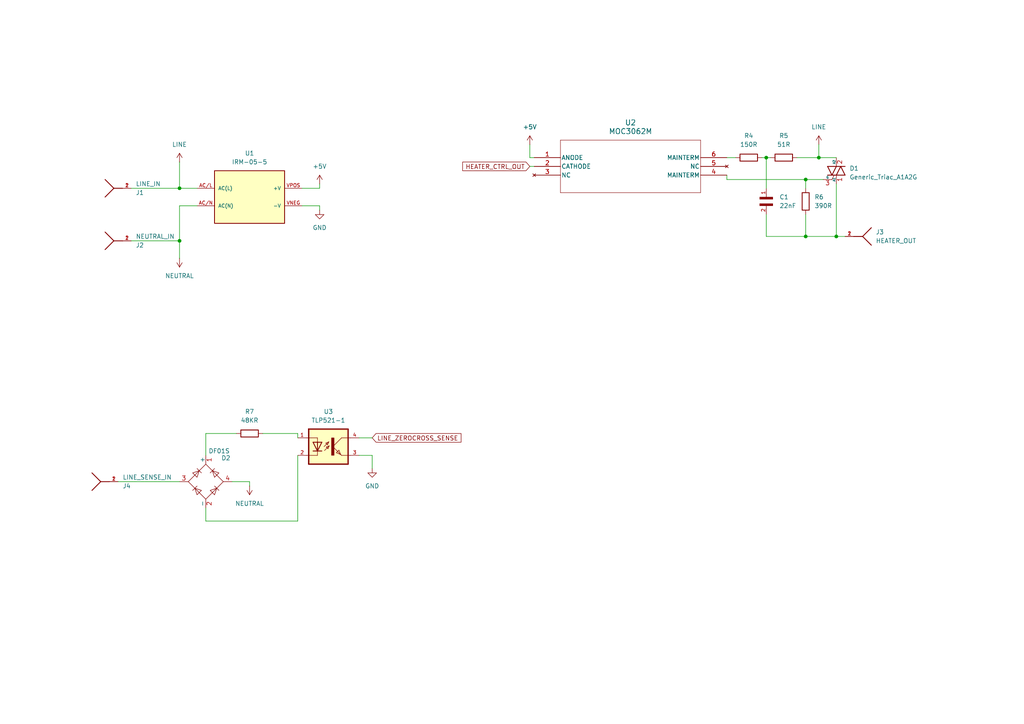
<source format=kicad_sch>
(kicad_sch (version 20231120) (generator "eeschema") (generator_version "8.0")
  (paper "A4")
  (lib_symbols
    (symbol "63824-1:63824-1" (pin_names (offset 1.016))
      (property "Reference" "J" (at -3.0501 3.0501 0))
      (property "Value" "63824-1" (at -3.0492 -4.8279 0))
      (symbol "63824-1_0_0"
        (polyline (pts (xy 0 0) (xy -2.54 -2.54)) (stroke (width 0.254)))
        (polyline (pts (xy 0 0) (xy -2.54 2.54)) (stroke (width 0.254)))
        (polyline (pts (xy 2.54 0) (xy 0 0)) (stroke (width 0.254)))
        (pin passive line (at 5.08 0 180) (length 2.54) (name "~") (number "1"))
        (pin passive line (at 5.08 0 180) (length 2.54) (name "~") (number "2"))
      )
    )
    (symbol "Device:R" (pin_numbers hide) (pin_names (offset 0))
      (property "Reference" "R" (at 2.032 0 90))
      (property "Value" "R" (at 0 0 90))
      (symbol "R_0_1"
        (rectangle (start -1.016 -2.54) (end 1.016 2.54) (stroke (width 0.254)))
      )
      (symbol "R_1_1"
        (pin passive line (at 0 3.81 270) (length 1.27) (name "~") (number "1"))
        (pin passive line (at 0 -3.81 90) (length 1.27) (name "~") (number "2"))
      )
    )
    (symbol "Diode_Bridge:DF01S" (pin_names (offset 0))
      (property "Reference" "D" (at 2.54 6.985 0))
      (property "Value" "DF01S" (at 2.54 5.08 0))
      (symbol "DF01S_0_1"
        (polyline (pts (xy -2.54 3.81) (xy -1.27 2.54)))
        (polyline (pts (xy -1.27 -2.54) (xy -2.54 -3.81)))
        (polyline (pts (xy 2.54 -1.27) (xy 3.81 -2.54)))
        (polyline (pts (xy 2.54 1.27) (xy 3.81 2.54)))
        (polyline (pts (xy -3.81 2.54) (xy -2.54 1.27) (xy -1.905 3.175) (xy -3.81 2.54)))
        (polyline (pts (xy -2.54 -1.27) (xy -3.81 -2.54) (xy -1.905 -3.175) (xy -2.54 -1.27)))
        (polyline (pts (xy 1.27 2.54) (xy 2.54 3.81) (xy 3.175 1.905) (xy 1.27 2.54)))
        (polyline (pts (xy 3.175 -1.905) (xy 1.27 -2.54) (xy 2.54 -3.81) (xy 3.175 -1.905)))
        (polyline (pts (xy -5.08 0) (xy 0 -5.08) (xy 5.08 0) (xy 0 5.08) (xy -5.08 0)))
      )
      (symbol "DF01S_1_1"
        (pin passive line (at 7.62 0 180) (length 2.54) (name "+") (number "1"))
        (pin passive line (at -7.62 0 0) (length 2.54) (name "-") (number "2"))
        (pin passive line (at 0 -7.62 90) (length 2.54) (name "~") (number "3"))
        (pin passive line (at 0 7.62 270) (length 2.54) (name "~") (number "4"))
      )
    )
    (symbol "ECWHA3C223J:ECWHA3C223J" (pin_names (offset 1.016))
      (property "Reference" "C" (at 0 3.8109 0))
      (property "Value" "ECWHA3C223J" (at 0 -5.0885 0))
      (symbol "ECWHA3C223J_0_0"
        (rectangle (start 0 1.905) (end 0.635 -1.9069) (stroke (width 0.1)) (fill (type outline)))
        (rectangle (start 1.9069 -1.9069) (end 2.54 1.905) (stroke (width 0.1)) (fill (type outline)))
        (pin passive line (at -2.54 0 0) (length 2.54) (name "~") (number "1"))
        (pin passive line (at 5.08 0 180) (length 2.54) (name "~") (number "2"))
      )
    )
    (symbol "IRM-05-5:IRM-05-5" (pin_names (offset 1.016))
      (property "Reference" "U" (at -10.1681 7.626 0))
      (property "Value" "IRM-05-5" (at -10.1651 -10.1651 0))
      (symbol "IRM-05-5_0_0"
        (rectangle (start -10.16 -7.62) (end 10.16 7.62) (stroke (width 0.254)) (fill (type background)))
        (pin input line (at -15.24 2.54 0) (length 5.08) (name "AC(L)") (number "AC/L"))
        (pin input line (at -15.24 -2.54 0) (length 5.08) (name "AC(N)") (number "AC/N"))
        (pin output line (at 15.24 -2.54 180) (length 5.08) (name "-V") (number "VNEG"))
        (pin output line (at 15.24 2.54 180) (length 5.08) (name "+V") (number "VPOS"))
      )
    )
    (symbol "MOC3062M:MOC3062M" (pin_names (offset 0.254))
      (property "Reference" "U" (at 27.94 10.16 0))
      (property "Value" "MOC3062M" (at 27.94 7.62 0))
      (symbol "MOC3062M_0_1"
        (polyline (pts (xy 7.62 -10.16) (xy 48.26 -10.16)) (stroke (width 0.127)))
        (polyline (pts (xy 7.62 5.08) (xy 7.62 -10.16)) (stroke (width 0.127)))
        (polyline (pts (xy 48.26 -10.16) (xy 48.26 5.08)) (stroke (width 0.127)))
        (polyline (pts (xy 48.26 5.08) (xy 7.62 5.08)) (stroke (width 0.127)))
        (pin input line (at 0 0 0) (length 7.62) (name "ANODE") (number "1"))
        (pin output line (at 0 -2.54 0) (length 7.62) (name "CATHODE") (number "2"))
        (pin no_connect line (at 0 -5.08 0) (length 7.62) (name "NC") (number "3"))
        (pin input line (at 55.88 -5.08 180) (length 7.62) (name "MAINTERM") (number "4"))
        (pin no_connect line (at 55.88 -2.54 180) (length 7.62) (name "NC") (number "5"))
        (pin input line (at 55.88 0 180) (length 7.62) (name "MAINTERM") (number "6"))
      )
    )
    (symbol "TLP521-1:TLP521-1" (pin_names (offset 1.016))
      (property "Reference" "U$" (at -6.985 5.715 0))
      (property "Value" "TLP521-1" (at -6.985 -7.62 0))
      (symbol "TLP521-1_0_0"
        (rectangle (start -6.985 -5.08) (end 4.445 5.08) (stroke (width 0.4064)) (fill (type background)))
        (rectangle (start -0.381 -2.54) (end 0.381 2.54) (stroke (width 0.1)) (fill (type outline)))
        (polyline (pts (xy -4.445 -2.54) (xy -7.62 -2.54)) (stroke (width 0.1524)))
        (polyline (pts (xy -4.445 -1.27) (xy -5.715 -1.27)) (stroke (width 0.254)))
        (polyline (pts (xy -4.445 -1.27) (xy -5.715 1.27)) (stroke (width 0.254)))
        (polyline (pts (xy -4.445 -1.27) (xy -4.445 -2.54)) (stroke (width 0.1524)))
        (polyline (pts (xy -4.445 1.27) (xy -5.715 1.27)) (stroke (width 0.254)))
        (polyline (pts (xy -4.445 1.27) (xy -4.445 -1.27)) (stroke (width 0.254)))
        (polyline (pts (xy -4.445 2.54) (xy -7.62 2.54)) (stroke (width 0.1524)))
        (polyline (pts (xy -4.445 2.54) (xy -4.445 1.27)) (stroke (width 0.1524)))
        (polyline (pts (xy -3.175 -1.27) (xy -4.445 -1.27)) (stroke (width 0.254)))
        (polyline (pts (xy -3.175 1.27) (xy -4.445 -1.27)) (stroke (width 0.254)))
        (polyline (pts (xy -3.175 1.27) (xy -4.445 1.27)) (stroke (width 0.254)))
        (polyline (pts (xy -2.54 0) (xy -1.143 1.397)) (stroke (width 0.1524)))
        (polyline (pts (xy -2.413 -1.143) (xy -1.016 0.254)) (stroke (width 0.1524)))
        (polyline (pts (xy -2.032 1.016) (xy -1.524 0.508)) (stroke (width 0.1524)))
        (polyline (pts (xy -1.905 -0.127) (xy -1.397 -0.635)) (stroke (width 0.1524)))
        (polyline (pts (xy -1.524 0.508) (xy -1.143 1.397)) (stroke (width 0.1524)))
        (polyline (pts (xy -1.397 -0.635) (xy -1.016 0.254)) (stroke (width 0.1524)))
        (polyline (pts (xy -1.143 1.397) (xy -2.032 1.016)) (stroke (width 0.1524)))
        (polyline (pts (xy -1.016 0.254) (xy -1.905 -0.127)) (stroke (width 0.1524)))
        (polyline (pts (xy 0 0) (xy 2.286 -2.286)) (stroke (width 0.1524)))
        (polyline (pts (xy 1.016 -1.778) (xy 1.778 -1.016)) (stroke (width 0.1524)))
        (polyline (pts (xy 1.778 -1.016) (xy 2.286 -2.286)) (stroke (width 0.1524)))
        (polyline (pts (xy 2.286 -2.286) (xy 1.016 -1.778)) (stroke (width 0.1524)))
        (polyline (pts (xy 2.286 -2.286) (xy 2.54 -2.54)) (stroke (width 0.1524)))
        (polyline (pts (xy 2.54 -2.54) (xy 5.08 -2.54)) (stroke (width 0.1524)))
        (polyline (pts (xy 2.54 2.54) (xy 0 0)) (stroke (width 0.1524)))
        (polyline (pts (xy 2.54 2.54) (xy 5.08 2.54)) (stroke (width 0.1524)))
        (pin passive line (at -10.16 2.54 0) (length 2.54) (name "~") (number "1"))
        (pin passive line (at -10.16 -2.54 0) (length 2.54) (name "~") (number "2"))
        (pin passive line (at 7.62 -2.54 180) (length 2.54) (name "~") (number "3"))
        (pin passive line (at 7.62 2.54 180) (length 2.54) (name "~") (number "4"))
      )
    )
    (symbol "Triac_Thyristor:Generic_Triac_A1A2G" (pin_names (offset 0))
      (property "Reference" "D" (at 3.175 0.635 0))
      (property "Value" "Generic_Triac_A1A2G" (at 3.175 -1.27 0))
      (symbol "Generic_Triac_A1A2G_0_1"
        (polyline (pts (xy -2.54 -1.27) (xy 2.54 -1.27)) (stroke (width 0.254)))
        (polyline (pts (xy -2.54 1.27) (xy 2.54 1.27)) (stroke (width 0.254)))
        (polyline (pts (xy -1.27 -2.54) (xy -0.635 -1.27)))
        (polyline (pts (xy -2.54 1.27) (xy -1.27 -1.27) (xy 0 1.27)) (stroke (width 0.254)))
        (polyline (pts (xy 0 -1.27) (xy 1.27 1.27) (xy 2.54 -1.27)) (stroke (width 0.254)))
      )
      (symbol "Generic_Triac_A1A2G_1_1"
        (pin passive line (at 0 -3.81 90) (length 2.54) (name "A1") (number "1"))
        (pin passive line (at 0 3.81 270) (length 2.54) (name "A2") (number "2"))
        (pin input line (at -3.81 -2.54 0) (length 2.54) (name "G") (number "3"))
      )
    )
    (symbol "power:+5V" (power) (pin_numbers hide) (pin_names (offset 0) hide)
      (property "Value" "+5V" (at 0 3.556 0))
      (symbol "+5V_0_1"
        (polyline (pts (xy -0.762 1.27) (xy 0 2.54)))
        (polyline (pts (xy 0 0) (xy 0 2.54)))
        (polyline (pts (xy 0 2.54) (xy 0.762 1.27)))
      )
      (symbol "+5V_1_1"
        (pin power_in line (at 0 0 90) (length 0) (name "~") (number "1"))
      )
    )
    (symbol "power:GND" (power) (pin_numbers hide) (pin_names (offset 0) hide)
      (property "Value" "GND" (at 0 -3.81 0))
      (symbol "GND_0_1"
        (polyline (pts (xy 0 0) (xy 0 -1.27) (xy 1.27 -1.27) (xy 0 -2.54) (xy -1.27 -1.27) (xy 0 -1.27)))
      )
      (symbol "GND_1_1"
        (pin power_in line (at 0 0 270) (length 0) (name "~") (number "1"))
      )
    )
    (symbol "power:LINE" (power) (pin_numbers hide) (pin_names (offset 0) hide)
      (property "Value" "LINE" (at 0 3.556 0))
      (symbol "LINE_0_1"
        (polyline (pts (xy -0.762 1.27) (xy 0 2.54)))
        (polyline (pts (xy 0 0) (xy 0 2.54)))
        (polyline (pts (xy 0 2.54) (xy 0.762 1.27)))
      )
      (symbol "LINE_1_1"
        (pin power_in line (at 0 0 90) (length 0) (name "~") (number "1"))
      )
    )
  )
  (junction (at 242.57 68.58))
  (junction (at 233.68 52.07))
  (junction (at 52.07 69.85))
  (junction (at 222.25 45.72))
  (junction (at 52.07 54.61))
  (junction (at 233.68 68.58))
  (junction (at 237.49 45.72))
  (wire (pts (xy 87.63 54.61) (xy 92.71 54.61)))
  (wire (pts (xy 154.94 48.26) (xy 153.67 48.26)))
  (wire (pts (xy 233.68 52.07) (xy 233.68 54.61)))
  (wire (pts (xy 242.57 53.34) (xy 242.57 68.58)))
  (wire (pts (xy 107.95 127) (xy 104.14 127)))
  (wire (pts (xy 233.68 62.23) (xy 233.68 68.58)))
  (wire (pts (xy 222.25 45.72) (xy 223.52 45.72)))
  (wire (pts (xy 52.07 69.85) (xy 52.07 74.93)))
  (wire (pts (xy 86.36 151.13) (xy 86.36 132.08)))
  (wire (pts (xy 153.67 41.91) (xy 153.67 45.72)))
  (wire (pts (xy 92.71 59.69) (xy 92.71 60.96)))
  (wire (pts (xy 210.82 45.72) (xy 213.36 45.72)))
  (wire (pts (xy 59.69 151.13) (xy 86.36 151.13)))
  (wire (pts (xy 237.49 41.91) (xy 237.49 45.72)))
  (wire (pts (xy 59.69 125.73) (xy 59.69 132.08)))
  (wire (pts (xy 210.82 52.07) (xy 233.68 52.07)))
  (wire (pts (xy 59.69 147.32) (xy 59.69 151.13)))
  (wire (pts (xy 86.36 125.73) (xy 86.36 127)))
  (wire (pts (xy 210.82 50.8) (xy 210.82 52.07)))
  (wire (pts (xy 233.68 52.07) (xy 238.76 52.07)))
  (wire (pts (xy 237.49 45.72) (xy 242.57 45.72)))
  (wire (pts (xy 154.94 45.72) (xy 153.67 45.72)))
  (wire (pts (xy 87.63 59.69) (xy 92.71 59.69)))
  (wire (pts (xy 107.95 132.08) (xy 107.95 135.89)))
  (wire (pts (xy 59.69 125.73) (xy 68.58 125.73)))
  (wire (pts (xy 242.57 68.58) (xy 245.11 68.58)))
  (wire (pts (xy 222.25 45.72) (xy 222.25 54.61)))
  (wire (pts (xy 104.14 132.08) (xy 107.95 132.08)))
  (wire (pts (xy 38.1 69.85) (xy 52.07 69.85)))
  (wire (pts (xy 34.29 139.7) (xy 52.07 139.7)))
  (wire (pts (xy 222.25 68.58) (xy 233.68 68.58)))
  (wire (pts (xy 38.1 54.61) (xy 52.07 54.61)))
  (wire (pts (xy 57.15 59.69) (xy 52.07 59.69)))
  (wire (pts (xy 52.07 59.69) (xy 52.07 69.85)))
  (wire (pts (xy 72.39 140.97) (xy 72.39 139.7)))
  (wire (pts (xy 67.31 139.7) (xy 72.39 139.7)))
  (wire (pts (xy 220.98 45.72) (xy 222.25 45.72)))
  (wire (pts (xy 222.25 62.23) (xy 222.25 68.58)))
  (wire (pts (xy 231.14 45.72) (xy 237.49 45.72)))
  (wire (pts (xy 76.2 125.73) (xy 86.36 125.73)))
  (wire (pts (xy 92.71 53.34) (xy 92.71 54.61)))
  (wire (pts (xy 52.07 54.61) (xy 57.15 54.61)))
  (wire (pts (xy 233.68 68.58) (xy 242.57 68.58)))
  (wire (pts (xy 52.07 46.99) (xy 52.07 54.61)))
  (global_label "LINE_ZEROCROSS_SENSE" (shape input) (at 107.95 127 0) (property "Intersheetrefs" "${INTERSHEET_REFS}" (effects (hide yes))))
  (global_label "HEATER_CTRL_OUT" (shape input) (at 153.67 48.26 180) (property "Intersheetrefs" "${INTERSHEET_REFS}" (effects (hide yes))))
  (symbol (lib_id "power:GND") (at 92.71 60.96 0) (unit 1)
    (property "Reference" "#PWR4" (effects (hide yes)))
    (property "Value" "GND" (at 92.71 66.04 0))
    (property "Description" "Power symbol creates a global label with name \"GND\" , ground" (effects (hide yes)))
  )
  (symbol (lib_id "63824-1:63824-1") (at 250.19 68.58 180) (unit 1)
    (property "Reference" "J3" (at 254 67.3099 0) (effects (justify right)))
    (property "Value" "HEATER_OUT" (at 254 69.8499 0) (effects (justify right)))
    (property "Footprint" "63824-1:CONN_63824-1" (effects (hide yes)))
    (property "PARTREV" "R" (effects (hide yes)))
    (property "STANDARD" "Manufacturer recommendations" (effects (hide yes)))
    (property "SNAPEDA_PN" "4908" (effects (hide yes)))
    (property "MAXIMUM_PACKAGE_HEIGHT" "9.22mm" (effects (hide yes)))
    (property "MANUFACTURER" "TE Connectivity" (effects (hide yes)))
    (property "CONNECTOR" "THT MALE CONNECTOR" (effects (hide yes)))
    (property "TE_PART_NUMBER" "63824-1" (effects (hide yes)))
    (property "ORIENTATION" "Straight" (effects (hide yes)))
    (property "GENDER" "Male" (effects (hide yes)))
    (property "CONFIGURATION" "Single Row" (effects (hide yes)))
    (property "PART_DESCRIPTION" "Connector,5.08mm,Straight" (effects (hide yes)))
    (property "PUBLISHER" "TE Connectivity" (effects (hide yes)))
    (property "FINISH" "Tin" (effects (hide yes)))
    (property "PACKAGE" "THT" (effects (hide yes)))
    (property "SERIES" "FASTON  | 250" (effects (hide yes)))
    (property "DESIGNATOR" "63824-1" (effects (hide yes)))
    (property "ROHS_COMPLIANT" "Yes" (effects (hide yes)))
    (property "LATEST_REVISION_DATE" "25 June,2013" (effects (hide yes)))
    (property "PUBLISHED" "20 Feb,2001" (effects (hide yes)))
    (property "NO_OF_POSITION" "2" (effects (hide yes)))
    (property "MANUFACTURER_LINK" "http://www.te.com/commerce/DocumentDelivery/DDEController?Action=showdoc&DocId=Customer+Drawing%7F63824%7FR%7Fpdf%7FEnglish%7FENG_CD_63824_R_baseFilename.pdf%7F63824-1" (effects (hide yes)))
    (property "LATEST_REVISION_NOTE" "Revised per ECR-13-001204" (effects (hide yes)))
    (property "PITCH" "5.08mm" (effects (hide yes)))
    (property "TYPE" "TAB" (effects (hide yes)))
  )
  (symbol (lib_id "MOC3062M:MOC3062M") (at 154.94 45.72 0) (unit 1)
    (property "Reference" "U2" (at 182.88 35.56 0) (effects (font (size 1.524 1.524))))
    (property "Value" "MOC3062M" (at 182.88 38.1 0) (effects (font (size 1.524 1.524))))
    (property "Footprint" "PDIP6_8P89X6P6_ONS" (effects (hide yes)))
    (property "Datasheet" "MOC3062M" (effects (hide yes)))
  )
  (symbol (lib_id "power:LINE") (at 52.07 46.99 0) (unit 1)
    (property "Reference" "#PWR1" (effects (hide yes)))
    (property "Value" "LINE" (at 52.07 41.91 0))
    (property "Description" "Power symbol creates a global label with name \"LINE\"" (effects (hide yes)))
  )
  (symbol (lib_id "63824-1:63824-1") (at 29.21 139.7 0) (mirror x) (unit 1)
    (property "Reference" "J4" (at 35.56 140.9701 0) (effects (justify left)))
    (property "Value" "LINE_SENSE_IN" (at 35.56 138.4301 0) (effects (justify left)))
    (property "Footprint" "63824-1:CONN_63824-1" (effects (hide yes)))
    (property "PARTREV" "R" (effects (hide yes)))
    (property "STANDARD" "Manufacturer recommendations" (effects (hide yes)))
    (property "SNAPEDA_PN" "4908" (effects (hide yes)))
    (property "MAXIMUM_PACKAGE_HEIGHT" "9.22mm" (effects (hide yes)))
    (property "MANUFACTURER" "TE Connectivity" (effects (hide yes)))
    (property "CONNECTOR" "THT MALE CONNECTOR" (effects (hide yes)))
    (property "TE_PART_NUMBER" "63824-1" (effects (hide yes)))
    (property "ORIENTATION" "Straight" (effects (hide yes)))
    (property "GENDER" "Male" (effects (hide yes)))
    (property "CONFIGURATION" "Single Row" (effects (hide yes)))
    (property "PART_DESCRIPTION" "Connector,5.08mm,Straight" (effects (hide yes)))
    (property "PUBLISHER" "TE Connectivity" (effects (hide yes)))
    (property "FINISH" "Tin" (effects (hide yes)))
    (property "PACKAGE" "THT" (effects (hide yes)))
    (property "SERIES" "FASTON  | 250" (effects (hide yes)))
    (property "DESIGNATOR" "63824-1" (effects (hide yes)))
    (property "ROHS_COMPLIANT" "Yes" (effects (hide yes)))
    (property "LATEST_REVISION_DATE" "25 June,2013" (effects (hide yes)))
    (property "PUBLISHED" "20 Feb,2001" (effects (hide yes)))
    (property "NO_OF_POSITION" "2" (effects (hide yes)))
    (property "MANUFACTURER_LINK" "http://www.te.com/commerce/DocumentDelivery/DDEController?Action=showdoc&DocId=Customer+Drawing%7F63824%7FR%7Fpdf%7FEnglish%7FENG_CD_63824_R_baseFilename.pdf%7F63824-1" (effects (hide yes)))
    (property "LATEST_REVISION_NOTE" "Revised per ECR-13-001204" (effects (hide yes)))
    (property "PITCH" "5.08mm" (effects (hide yes)))
    (property "TYPE" "TAB" (effects (hide yes)))
  )
  (symbol (lib_id "power:LINE") (at 72.39 140.97 180) (unit 1)
    (property "Reference" "#PWR8" (effects (hide yes)))
    (property "Value" "NEUTRAL" (at 72.39 146.05 0))
    (property "Description" "Power symbol creates a global label with name \"LINE\"" (effects (hide yes)))
  )
  (symbol (lib_id "TLP521-1:TLP521-1") (at 96.52 129.54 0) (unit 1)
    (property "Reference" "U3" (at 95.25 119.38 0))
    (property "Value" "TLP521-1" (at 95.25 121.92 0))
    (property "Footprint" "footprints:DIL04" (effects (hide yes)))
    (property "MF" "Toshiba" (effects (hide yes)))
    (property "Description_1" "\n                        \n                            4PIN DIP/PKG PHOTOCOUPLER GaAs IRED & PHOTO-TRANSISTOR\n                        \n" (effects (hide yes)))
    (property "Package" "DIP-4 Isocom Components" (effects (hide yes)))
    (property "Price" "None" (effects (hide yes)))
    (property "SnapEDA_Link" "https://www.snapeda.com/parts/TLP521-1/Toshiba/view-part/?ref=snap" (effects (hide yes)))
    (property "MP" "TLP521-1" (effects (hide yes)))
    (property "Availability" "In Stock" (effects (hide yes)))
    (property "Check_prices" "https://www.snapeda.com/parts/TLP521-1/Toshiba/view-part/?ref=eda" (effects (hide yes)))
  )
  (symbol (lib_id "power:+5V") (at 153.67 41.91 0) (unit 1)
    (property "Reference" "#PWR6" (effects (hide yes)))
    (property "Value" "+5V" (at 153.67 36.83 0))
    (property "Description" "Power symbol creates a global label with name \"+5V\"" (effects (hide yes)))
  )
  (symbol (lib_id "Device:R") (at 217.17 45.72 90) (unit 1)
    (property "Reference" "R4" (at 217.17 39.37 90))
    (property "Value" "150R" (at 217.17 41.91 90))
    (property "Description" "Resistor" (effects (hide yes)))
  )
  (symbol (lib_id "ECWHA3C223J:ECWHA3C223J") (at 222.25 57.15 270) (unit 1)
    (property "Reference" "C1" (at 226.06 57.1499 90) (effects (justify left)))
    (property "Value" "22nF" (at 226.06 59.6899 90) (effects (justify left)))
    (property "Footprint" "footprints:CAPRR1750W80L2060T910H1500" (effects (hide yes)))
    (property "PARTREV" "11-Oct-17" (effects (hide yes)))
    (property "STANDARD" "IPC-7351B" (effects (hide yes)))
    (property "MAXIMUM_PACKAGE_HEIGHT" "15.0 mm" (effects (hide yes)))
    (property "MANUFACTURER" "Panasonic" (effects (hide yes)))
  )
  (symbol (lib_id "63824-1:63824-1") (at 33.02 54.61 0) (mirror x) (unit 1)
    (property "Reference" "J1" (at 39.37 55.8801 0) (effects (justify left)))
    (property "Value" "LINE_IN" (at 39.37 53.3401 0) (effects (justify left)))
    (property "Footprint" "63824-1:CONN_63824-1" (effects (hide yes)))
    (property "PARTREV" "R" (effects (hide yes)))
    (property "STANDARD" "Manufacturer recommendations" (effects (hide yes)))
    (property "SNAPEDA_PN" "4908" (effects (hide yes)))
    (property "MAXIMUM_PACKAGE_HEIGHT" "9.22mm" (effects (hide yes)))
    (property "MANUFACTURER" "TE Connectivity" (effects (hide yes)))
    (property "CONNECTOR" "THT MALE CONNECTOR" (effects (hide yes)))
    (property "TE_PART_NUMBER" "63824-1" (effects (hide yes)))
    (property "ORIENTATION" "Straight" (effects (hide yes)))
    (property "GENDER" "Male" (effects (hide yes)))
    (property "CONFIGURATION" "Single Row" (effects (hide yes)))
    (property "PART_DESCRIPTION" "Connector,5.08mm,Straight" (effects (hide yes)))
    (property "PUBLISHER" "TE Connectivity" (effects (hide yes)))
    (property "FINISH" "Tin" (effects (hide yes)))
    (property "PACKAGE" "THT" (effects (hide yes)))
    (property "SERIES" "FASTON  | 250" (effects (hide yes)))
    (property "DESIGNATOR" "63824-1" (effects (hide yes)))
    (property "ROHS_COMPLIANT" "Yes" (effects (hide yes)))
    (property "LATEST_REVISION_DATE" "25 June,2013" (effects (hide yes)))
    (property "PUBLISHED" "20 Feb,2001" (effects (hide yes)))
    (property "NO_OF_POSITION" "2" (effects (hide yes)))
    (property "MANUFACTURER_LINK" "http://www.te.com/commerce/DocumentDelivery/DDEController?Action=showdoc&DocId=Customer+Drawing%7F63824%7FR%7Fpdf%7FEnglish%7FENG_CD_63824_R_baseFilename.pdf%7F63824-1" (effects (hide yes)))
    (property "LATEST_REVISION_NOTE" "Revised per ECR-13-001204" (effects (hide yes)))
    (property "PITCH" "5.08mm" (effects (hide yes)))
    (property "TYPE" "TAB" (effects (hide yes)))
  )
  (symbol (lib_id "power:LINE") (at 52.07 74.93 180) (unit 1)
    (property "Reference" "#PWR2" (effects (hide yes)))
    (property "Value" "NEUTRAL" (at 52.07 80.01 0))
    (property "Description" "Power symbol creates a global label with name \"LINE\"" (effects (hide yes)))
  )
  (symbol (lib_id "63824-1:63824-1") (at 33.02 69.85 0) (mirror x) (unit 1)
    (property "Reference" "J2" (at 39.37 71.1201 0) (effects (justify left)))
    (property "Value" "NEUTRAL_IN" (at 39.37 68.5801 0) (effects (justify left)))
    (property "Footprint" "63824-1:CONN_63824-1" (effects (hide yes)))
    (property "PARTREV" "R" (effects (hide yes)))
    (property "STANDARD" "Manufacturer recommendations" (effects (hide yes)))
    (property "SNAPEDA_PN" "4908" (effects (hide yes)))
    (property "MAXIMUM_PACKAGE_HEIGHT" "9.22mm" (effects (hide yes)))
    (property "MANUFACTURER" "TE Connectivity" (effects (hide yes)))
    (property "CONNECTOR" "THT MALE CONNECTOR" (effects (hide yes)))
    (property "TE_PART_NUMBER" "63824-1" (effects (hide yes)))
    (property "ORIENTATION" "Straight" (effects (hide yes)))
    (property "GENDER" "Male" (effects (hide yes)))
    (property "CONFIGURATION" "Single Row" (effects (hide yes)))
    (property "PART_DESCRIPTION" "Connector,5.08mm,Straight" (effects (hide yes)))
    (property "PUBLISHER" "TE Connectivity" (effects (hide yes)))
    (property "FINISH" "Tin" (effects (hide yes)))
    (property "PACKAGE" "THT" (effects (hide yes)))
    (property "SERIES" "FASTON  | 250" (effects (hide yes)))
    (property "DESIGNATOR" "63824-1" (effects (hide yes)))
    (property "ROHS_COMPLIANT" "Yes" (effects (hide yes)))
    (property "LATEST_REVISION_DATE" "25 June,2013" (effects (hide yes)))
    (property "PUBLISHED" "20 Feb,2001" (effects (hide yes)))
    (property "NO_OF_POSITION" "2" (effects (hide yes)))
    (property "MANUFACTURER_LINK" "http://www.te.com/commerce/DocumentDelivery/DDEController?Action=showdoc&DocId=Customer+Drawing%7F63824%7FR%7Fpdf%7FEnglish%7FENG_CD_63824_R_baseFilename.pdf%7F63824-1" (effects (hide yes)))
    (property "LATEST_REVISION_NOTE" "Revised per ECR-13-001204" (effects (hide yes)))
    (property "PITCH" "5.08mm" (effects (hide yes)))
    (property "TYPE" "TAB" (effects (hide yes)))
  )
  (symbol (lib_id "power:+5V") (at 92.71 53.34 0) (unit 1)
    (property "Reference" "#PWR3" (effects (hide yes)))
    (property "Value" "+5V" (at 92.71 48.26 0))
    (property "Description" "Power symbol creates a global label with name \"+5V\"" (effects (hide yes)))
  )
  (symbol (lib_id "power:GND") (at 107.95 135.89 0) (unit 1)
    (property "Reference" "#PWR10" (effects (hide yes)))
    (property "Value" "GND" (at 107.95 140.97 0))
    (property "Description" "Power symbol creates a global label with name \"GND\" , ground" (effects (hide yes)))
  )
  (symbol (lib_id "power:LINE") (at 237.49 41.91 0) (unit 1)
    (property "Reference" "#PWR7" (effects (hide yes)))
    (property "Value" "LINE" (at 237.49 36.83 0))
    (property "Description" "Power symbol creates a global label with name \"LINE\"" (effects (hide yes)))
  )
  (symbol (lib_id "Device:R") (at 72.39 125.73 90) (unit 1)
    (property "Reference" "R7" (at 72.39 119.38 90))
    (property "Value" "48KR" (at 72.39 121.92 90))
    (property "Description" "Resistor" (effects (hide yes)))
  )
  (symbol (lib_id "Diode_Bridge:DF01S") (at 59.69 139.7 270) (mirror x) (unit 1)
    (property "Reference" "D2" (at 65.532 132.842 90))
    (property "Value" "DF01S" (at 63.5702 130.81 90))
    (property "Footprint" "Diode_SMD:Diode_Bridge_OnSemi_SDIP-4L" (effects (hide yes)))
    (property "Datasheet" "https://www.onsemi.com/download/data-sheet/pdf/df10s-d.pdf" (effects (hide yes)))
    (property "Description" "Bridge Rectifier, 70V Vrms, 1.5A If, SMDIP-4" (effects (hide yes)))
  )
  (symbol (lib_id "Device:R") (at 233.68 58.42 180) (unit 1)
    (property "Reference" "R6" (at 236.22 57.1499 0) (effects (justify right)))
    (property "Value" "390R" (at 236.22 59.6899 0) (effects (justify right)))
    (property "Description" "Resistor" (effects (hide yes)))
  )
  (symbol (lib_id "Device:R") (at 227.33 45.72 90) (unit 1)
    (property "Reference" "R5" (at 227.33 39.37 90))
    (property "Value" "51R" (at 227.33 41.91 90))
    (property "Description" "Resistor" (effects (hide yes)))
  )
  (symbol (lib_id "Triac_Thyristor:Generic_Triac_A1A2G") (at 242.57 49.53 0) (unit 1)
    (property "Reference" "D1" (at 246.38 48.8314 0) (effects (justify left)))
    (property "Value" "Generic_Triac_A1A2G" (at 246.38 51.3714 0) (effects (justify left)))
    (property "Footprint" "Package_TO_SOT_THT:TO-220-3_Vertical" (effects (hide yes)))
    (property "Description" "Triode for alternating current, anode1/anode2/gate" (effects (hide yes)))
  )
  (symbol (lib_id "IRM-05-5:IRM-05-5") (at 72.39 57.15 0) (unit 1)
    (property "Reference" "U1" (at 72.39 44.45 0))
    (property "Value" "IRM-05-5" (at 72.39 46.99 0))
    (property "Footprint" "footprints:CONV_IRM-05-5" (effects (hide yes)))
    (property "MF" "MEAN WELL" (effects (hide yes)))
    (property "DESCRIPTION" "AC-DC Single output Encapsulated power supply; Output 5Vdc at 1.0A; PCB mount, miniature size" (effects (hide yes)))
    (property "PACKAGE" "DIP-4 Mean Well" (effects (hide yes)))
    (property "PRICE" "None" (effects (hide yes)))
    (property "MP" "IRM-05-5" (effects (hide yes)))
    (property "AVAILABILITY" "Unavailable" (effects (hide yes)))
  )
)
</source>
